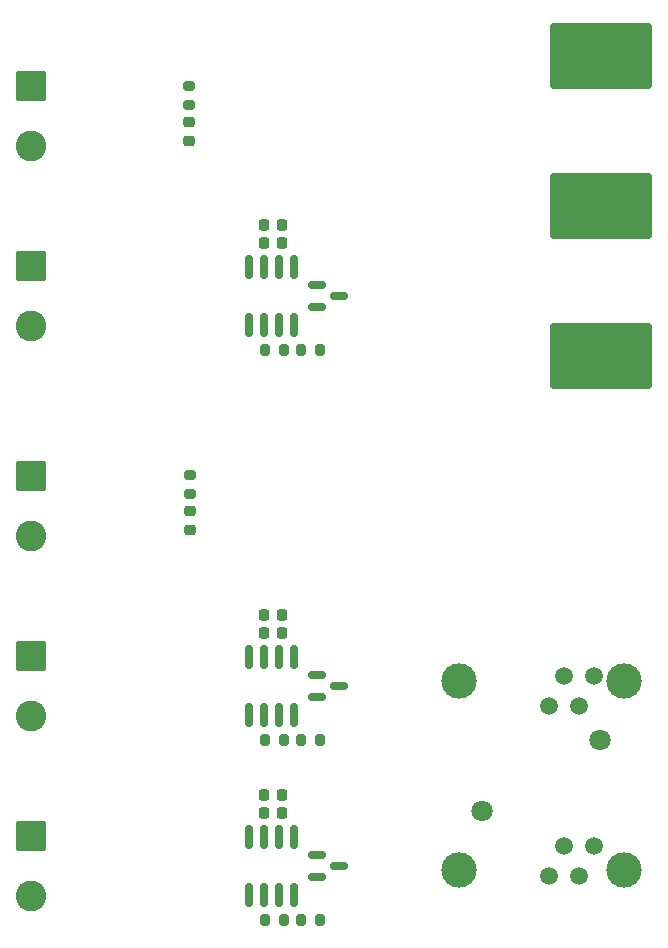
<source format=gbr>
G04 #@! TF.GenerationSoftware,KiCad,Pcbnew,9.0.3*
G04 #@! TF.CreationDate,2025-08-10T21:25:08+02:00*
G04 #@! TF.ProjectId,NJFET_MATCHING,4e4a4645-545f-44d4-9154-4348494e472e,rev?*
G04 #@! TF.SameCoordinates,Original*
G04 #@! TF.FileFunction,Soldermask,Top*
G04 #@! TF.FilePolarity,Negative*
%FSLAX46Y46*%
G04 Gerber Fmt 4.6, Leading zero omitted, Abs format (unit mm)*
G04 Created by KiCad (PCBNEW 9.0.3) date 2025-08-10 21:25:08*
%MOMM*%
%LPD*%
G01*
G04 APERTURE LIST*
G04 Aperture macros list*
%AMRoundRect*
0 Rectangle with rounded corners*
0 $1 Rounding radius*
0 $2 $3 $4 $5 $6 $7 $8 $9 X,Y pos of 4 corners*
0 Add a 4 corners polygon primitive as box body*
4,1,4,$2,$3,$4,$5,$6,$7,$8,$9,$2,$3,0*
0 Add four circle primitives for the rounded corners*
1,1,$1+$1,$2,$3*
1,1,$1+$1,$4,$5*
1,1,$1+$1,$6,$7*
1,1,$1+$1,$8,$9*
0 Add four rect primitives between the rounded corners*
20,1,$1+$1,$2,$3,$4,$5,0*
20,1,$1+$1,$4,$5,$6,$7,0*
20,1,$1+$1,$6,$7,$8,$9,0*
20,1,$1+$1,$8,$9,$2,$3,0*%
G04 Aperture macros list end*
%ADD10C,3.000000*%
%ADD11C,1.800000*%
%ADD12C,1.500000*%
%ADD13RoundRect,0.200000X-0.200000X-0.275000X0.200000X-0.275000X0.200000X0.275000X-0.200000X0.275000X0*%
%ADD14RoundRect,0.218750X0.256250X-0.218750X0.256250X0.218750X-0.256250X0.218750X-0.256250X-0.218750X0*%
%ADD15RoundRect,0.150000X0.150000X-0.825000X0.150000X0.825000X-0.150000X0.825000X-0.150000X-0.825000X0*%
%ADD16RoundRect,0.250000X-1.050000X1.050000X-1.050000X-1.050000X1.050000X-1.050000X1.050000X1.050000X0*%
%ADD17C,2.600000*%
%ADD18RoundRect,0.225000X-0.225000X-0.250000X0.225000X-0.250000X0.225000X0.250000X-0.225000X0.250000X0*%
%ADD19RoundRect,0.200000X-0.275000X0.200000X-0.275000X-0.200000X0.275000X-0.200000X0.275000X0.200000X0*%
%ADD20RoundRect,0.150000X-0.587500X-0.150000X0.587500X-0.150000X0.587500X0.150000X-0.587500X0.150000X0*%
%ADD21RoundRect,0.250000X-4.050000X-2.550000X4.050000X-2.550000X4.050000X2.550000X-4.050000X2.550000X0*%
G04 APERTURE END LIST*
D10*
G04 #@! TO.C,U4*
X175910000Y-117222000D03*
X161910000Y-117222000D03*
D11*
X173910000Y-122222000D03*
X163910000Y-128222000D03*
D10*
X175910000Y-133222000D03*
X161910000Y-133222000D03*
D12*
X173355000Y-116772000D03*
X172085000Y-119312000D03*
X170815000Y-116772000D03*
X169545000Y-119312000D03*
X169545000Y-133672000D03*
X170815000Y-131132000D03*
X172085000Y-133672000D03*
X173355000Y-131132000D03*
G04 #@! TD*
D13*
G04 #@! TO.C,R7*
X145479000Y-137414000D03*
X147129000Y-137414000D03*
G04 #@! TD*
D14*
G04 #@! TO.C,D1*
X139065000Y-71462500D03*
X139065000Y-69887500D03*
G04 #@! TD*
D13*
G04 #@! TO.C,R3*
X145479000Y-89154000D03*
X147129000Y-89154000D03*
G04 #@! TD*
D15*
G04 #@! TO.C,U2*
X144145000Y-120077000D03*
X145415000Y-120077000D03*
X146685000Y-120077000D03*
X147955000Y-120077000D03*
X147955000Y-115127000D03*
X146685000Y-115127000D03*
X145415000Y-115127000D03*
X144145000Y-115127000D03*
G04 #@! TD*
D16*
G04 #@! TO.C,J5*
X125730000Y-130302000D03*
D17*
X125730000Y-135382000D03*
G04 #@! TD*
D16*
G04 #@! TO.C,J2*
X125730000Y-99822000D03*
D17*
X125730000Y-104902000D03*
G04 #@! TD*
D13*
G04 #@! TO.C,R8*
X148527000Y-137414000D03*
X150177000Y-137414000D03*
G04 #@! TD*
D18*
G04 #@! TO.C,C2*
X145402000Y-111633000D03*
X146952000Y-111633000D03*
G04 #@! TD*
D13*
G04 #@! TO.C,R6*
X148527000Y-122174000D03*
X150177000Y-122174000D03*
G04 #@! TD*
D19*
G04 #@! TO.C,R2*
X139192000Y-99740250D03*
X139192000Y-101390250D03*
G04 #@! TD*
D20*
G04 #@! TO.C,RN1*
X149938500Y-83632000D03*
X149938500Y-85532000D03*
X151813500Y-84582000D03*
G04 #@! TD*
G04 #@! TO.C,RN2*
X149938500Y-116652000D03*
X149938500Y-118552000D03*
X151813500Y-117602000D03*
G04 #@! TD*
D15*
G04 #@! TO.C,U3*
X144145000Y-135317000D03*
X145415000Y-135317000D03*
X146685000Y-135317000D03*
X147955000Y-135317000D03*
X147955000Y-130367000D03*
X146685000Y-130367000D03*
X145415000Y-130367000D03*
X144145000Y-130367000D03*
G04 #@! TD*
D18*
G04 #@! TO.C,C3*
X145402000Y-80137000D03*
X146952000Y-80137000D03*
G04 #@! TD*
G04 #@! TO.C,C1*
X145402000Y-78613000D03*
X146952000Y-78613000D03*
G04 #@! TD*
G04 #@! TO.C,C5*
X145402000Y-126873000D03*
X146952000Y-126873000D03*
G04 #@! TD*
D21*
G04 #@! TO.C,Q1*
X173990000Y-64262000D03*
X173990000Y-76962000D03*
X173990000Y-89662000D03*
G04 #@! TD*
D20*
G04 #@! TO.C,RN3*
X149938500Y-131892000D03*
X149938500Y-133792000D03*
X151813500Y-132842000D03*
G04 #@! TD*
D16*
G04 #@! TO.C,J4*
X125730000Y-115062000D03*
D17*
X125730000Y-120142000D03*
G04 #@! TD*
D16*
G04 #@! TO.C,J1*
X125730000Y-66802000D03*
D17*
X125730000Y-71882000D03*
G04 #@! TD*
D15*
G04 #@! TO.C,U1*
X144145000Y-87057000D03*
X145415000Y-87057000D03*
X146685000Y-87057000D03*
X147955000Y-87057000D03*
X147955000Y-82107000D03*
X146685000Y-82107000D03*
X145415000Y-82107000D03*
X144145000Y-82107000D03*
G04 #@! TD*
D19*
G04 #@! TO.C,R1*
X139065000Y-66802000D03*
X139065000Y-68452000D03*
G04 #@! TD*
D16*
G04 #@! TO.C,J3*
X125730000Y-82042000D03*
D17*
X125730000Y-87122000D03*
G04 #@! TD*
D18*
G04 #@! TO.C,C6*
X145402000Y-128397000D03*
X146952000Y-128397000D03*
G04 #@! TD*
D13*
G04 #@! TO.C,R4*
X148527000Y-89154000D03*
X150177000Y-89154000D03*
G04 #@! TD*
G04 #@! TO.C,R5*
X145479000Y-122174000D03*
X147129000Y-122174000D03*
G04 #@! TD*
D18*
G04 #@! TO.C,C4*
X145402000Y-113127000D03*
X146952000Y-113127000D03*
G04 #@! TD*
D14*
G04 #@! TO.C,D2*
X139192000Y-104400750D03*
X139192000Y-102825750D03*
G04 #@! TD*
M02*

</source>
